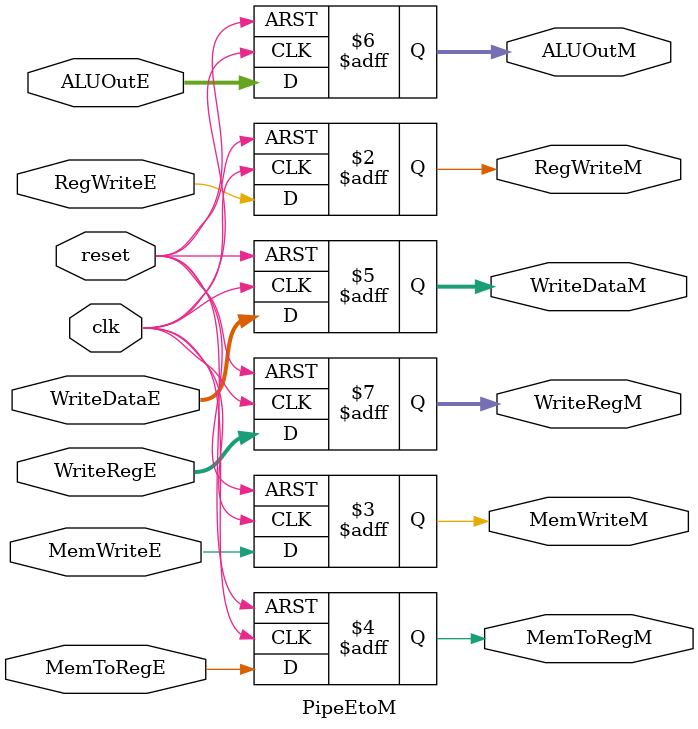
<source format=sv>
module PipeEtoM(
    input logic clk,reset,
    input logic [31:0] ALUOutE,
    input logic [31:0] WriteDataE,
    input logic [4:0] WriteRegE,
    input logic RegWriteE, MemToRegE, MemWriteE,
    output logic RegWriteM, MemWriteM, MemToRegM,
    output logic [31:0] WriteDataM,
    output logic [31:0] ALUOutM,
    output logic [4:0] WriteRegM
);

    always_ff @(posedge clk, posedge reset) 
    begin
        if(reset) 
        begin
             RegWriteM <= 0;
             MemToRegM <= 0;
             MemWriteM <= 0;
             WriteDataM <= 0;
             ALUOutM <= 0;
             WriteRegM <= 0;
        end

        else
        begin
             RegWriteM <= RegWriteE;
             MemToRegM <= MemToRegE;
             MemWriteM <= MemWriteE;
             WriteDataM <= WriteDataE;
             ALUOutM <= ALUOutE;
             WriteRegM <= WriteRegE;
        end
    end

endmodule
</source>
